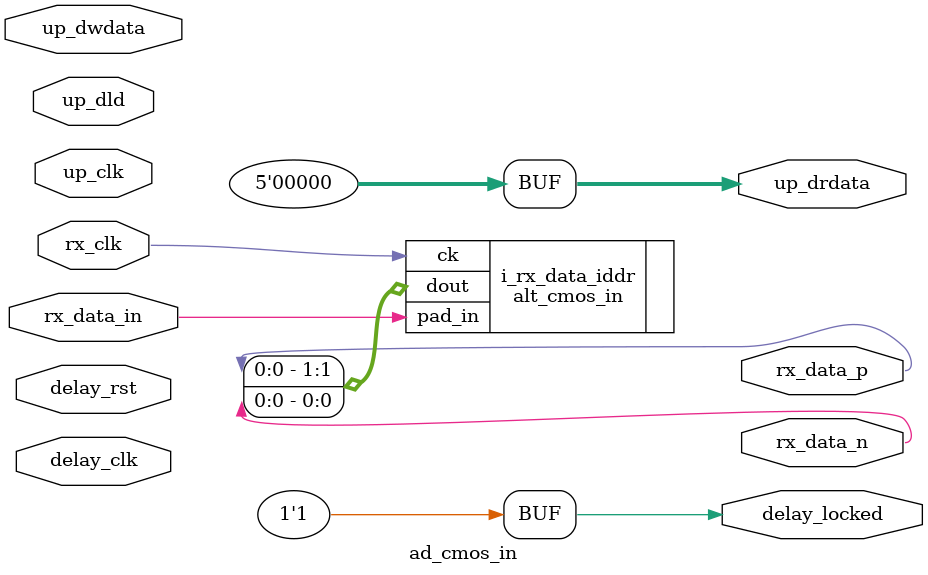
<source format=v>

`timescale 1ns/100ps

module ad_cmos_in (

  // data interface

  rx_clk,
  rx_data_in,
  rx_data_p,
  rx_data_n,

  // delay-data interface

  up_clk,
  up_dld,
  up_dwdata,
  up_drdata,

  // delay-cntrl interface

  delay_clk,
  delay_rst,
  delay_locked);

  // parameters

  parameter   SINGLE_ENDED = 0;
  parameter   DEVICE_TYPE = 0;
  parameter   IODELAY_CTRL = 0;
  parameter   IODELAY_GROUP = "dev_if_delay_group";

  // data interface

  input               rx_clk;
  input               rx_data_in;
  output              rx_data_p;
  output              rx_data_n;

  // delay-data interface

  input               up_clk;
  input               up_dld;
  input       [ 4:0]  up_dwdata;
  output      [ 4:0]  up_drdata;

  // delay-cntrl interface

  input               delay_clk;
  input               delay_rst;
  output              delay_locked;

  // defaults

  assign up_drdata = 5'd0;
  assign delay_locked = 1'b1;

  // instantiations

  alt_cmos_in i_rx_data_iddr (
    .ck (rx_clk),
    .pad_in (rx_data_in),
    .dout ({rx_data_p, rx_data_n}));

endmodule

// ***************************************************************************
// ***************************************************************************

</source>
